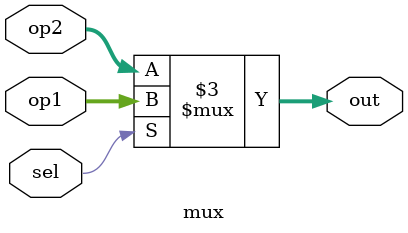
<source format=v>
`timescale 1ns / 1ns
module mux(sel,op1,op2,out);
parameter N=8;
input sel;
input [N-1:0] op1;
input [N-1:0] op2;
output reg [N-1:0] out;
always @ (sel or op1 or op2) begin
    if(sel)
      out=op1;
    else out=op2;
 end
endmodule
</source>
